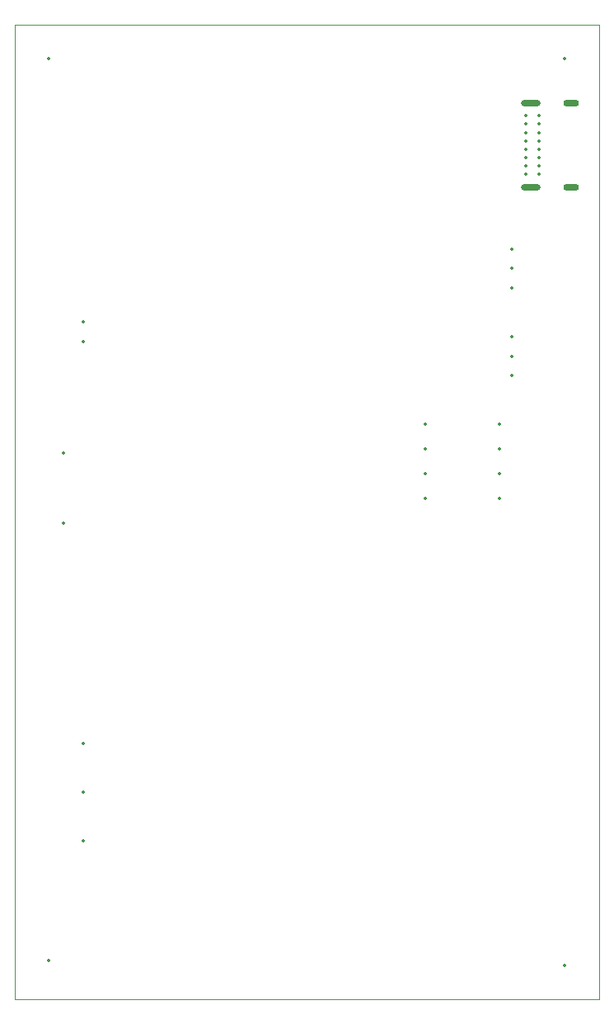
<source format=gko>
%TF.GenerationSoftware,KiCad,Pcbnew,8.0.5*%
%TF.CreationDate,2024-11-27T19:54:24+01:00*%
%TF.ProjectId,escPCB,65736350-4342-42e6-9b69-6361645f7063,1.0*%
%TF.SameCoordinates,Original*%
%TF.FileFunction,Profile,NP*%
%FSLAX46Y46*%
G04 Gerber Fmt 4.6, Leading zero omitted, Abs format (unit mm)*
G04 Created by KiCad (PCBNEW 8.0.5) date 2024-11-27 19:54:24*
%MOMM*%
%LPD*%
G01*
G04 APERTURE LIST*
%TA.AperFunction,Profile*%
%ADD10C,0.050000*%
%TD*%
%ADD11C,0.350000*%
%ADD12O,1.600000X0.700000*%
%ADD13O,2.000000X0.700000*%
G04 APERTURE END LIST*
D10*
X60000000Y-49000000D02*
X120000000Y-49000000D01*
X120000000Y-149000000D01*
X60000000Y-149000000D01*
X60000000Y-49000000D01*
D11*
X111050000Y-76000000D03*
X111050000Y-74000000D03*
X111050000Y-72000000D03*
X112510000Y-64295000D03*
X112510000Y-63445000D03*
X112510000Y-62595000D03*
X112510000Y-61745000D03*
X112510000Y-60895000D03*
X112510000Y-60045000D03*
X112510000Y-59195000D03*
X112510000Y-58345000D03*
X113860000Y-58345000D03*
X113860000Y-59195000D03*
X113860000Y-60045000D03*
X113860000Y-60895000D03*
X113860000Y-61745000D03*
X113860000Y-62595000D03*
X113860000Y-63445000D03*
X113860000Y-64295000D03*
D12*
X117160000Y-65640000D03*
X117160000Y-57000000D03*
D13*
X113010000Y-65640000D03*
X113010000Y-57000000D03*
D11*
X67000000Y-122705000D03*
X67000000Y-127705000D03*
X67000000Y-132705000D03*
X65000000Y-100100000D03*
X65000000Y-92900000D03*
X63500000Y-145000000D03*
X116500000Y-145500000D03*
X63500000Y-52500000D03*
X109810000Y-97620000D03*
X109810000Y-95080000D03*
X109810000Y-92540000D03*
X109810000Y-90000000D03*
X102190000Y-90000000D03*
X102190000Y-92540000D03*
X102190000Y-95080000D03*
X102190000Y-97620000D03*
X116500000Y-52500000D03*
X67000000Y-79500000D03*
X67000000Y-81500000D03*
X111050000Y-85000000D03*
X111050000Y-83000000D03*
X111050000Y-81000000D03*
M02*

</source>
